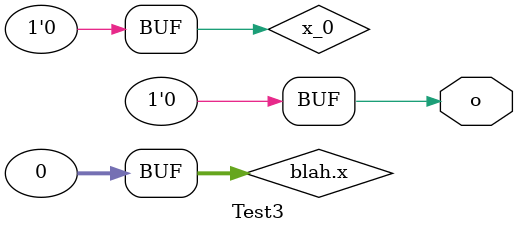
<source format=v>
module Flip(x, y);
    input x;
    output y;
    assign y = ~x;
endmodule

module Test1(o);
    output [1:0] o;
    wire x = 0;
    generate
        genvar i;
        for (i = 0; i < 1; i = i + 1) begin
            Flip flip(x, o[i]);
        end
    endgenerate
    initial begin : blah
        integer i;
        i = 0;
    end
endmodule

module Test2(o);
    output o;
    wire x = 0;
    Flip flip(x, o);
    initial begin : blah
        integer o;
        o = 0;
    end
endmodule

module Test3(o);
    output o;
    reg x_0;
    wire x_1;
    Flip flip(x_0, x_1);
    assign o = x_0;
    initial x_0 = 0;
    initial begin : blah
        integer x;
        x = 0;
    end
endmodule

</source>
